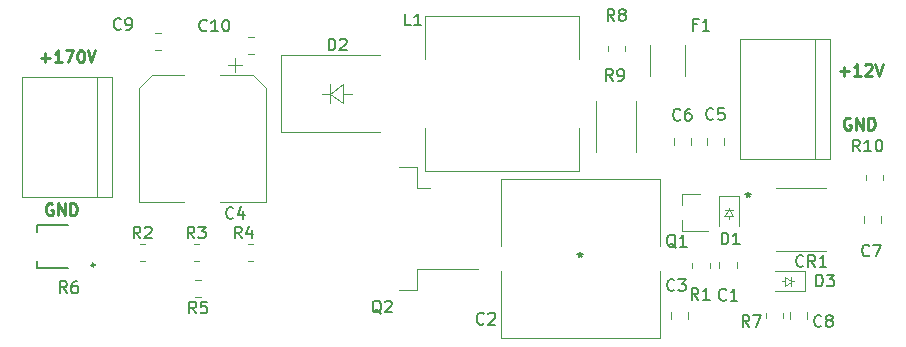
<source format=gbr>
%TF.GenerationSoftware,KiCad,Pcbnew,(5.1.8)-1*%
%TF.CreationDate,2022-04-01T10:58:03+02:00*%
%TF.ProjectId,HVPowerSupply,4856506f-7765-4725-9375-70706c792e6b,0*%
%TF.SameCoordinates,Original*%
%TF.FileFunction,Legend,Top*%
%TF.FilePolarity,Positive*%
%FSLAX46Y46*%
G04 Gerber Fmt 4.6, Leading zero omitted, Abs format (unit mm)*
G04 Created by KiCad (PCBNEW (5.1.8)-1) date 2022-04-01 10:58:03*
%MOMM*%
%LPD*%
G01*
G04 APERTURE LIST*
%ADD10C,0.120000*%
%ADD11C,0.250000*%
%ADD12C,0.240000*%
%ADD13C,0.127000*%
%ADD14C,0.150000*%
G04 APERTURE END LIST*
D10*
X174455000Y-117665500D02*
X174455000Y-118364000D01*
X173947000Y-118364000D02*
X174391500Y-118046500D01*
X173947000Y-117602000D02*
X173947000Y-118364000D01*
X174455000Y-117983000D02*
X174645500Y-117983000D01*
X173947000Y-117983000D02*
X173693000Y-117983000D01*
X174455000Y-117983000D02*
X173947000Y-117602000D01*
D11*
X111887095Y-111450500D02*
X111791857Y-111402880D01*
X111649000Y-111402880D01*
X111506142Y-111450500D01*
X111410904Y-111545738D01*
X111363285Y-111640976D01*
X111315666Y-111831452D01*
X111315666Y-111974309D01*
X111363285Y-112164785D01*
X111410904Y-112260023D01*
X111506142Y-112355261D01*
X111649000Y-112402880D01*
X111744238Y-112402880D01*
X111887095Y-112355261D01*
X111934714Y-112307642D01*
X111934714Y-111974309D01*
X111744238Y-111974309D01*
X112363285Y-112402880D02*
X112363285Y-111402880D01*
X112934714Y-112402880D01*
X112934714Y-111402880D01*
X113410904Y-112402880D02*
X113410904Y-111402880D01*
X113649000Y-111402880D01*
X113791857Y-111450500D01*
X113887095Y-111545738D01*
X113934714Y-111640976D01*
X113982333Y-111831452D01*
X113982333Y-111974309D01*
X113934714Y-112164785D01*
X113887095Y-112260023D01*
X113791857Y-112355261D01*
X113649000Y-112402880D01*
X113410904Y-112402880D01*
X179451095Y-104211500D02*
X179355857Y-104163880D01*
X179213000Y-104163880D01*
X179070142Y-104211500D01*
X178974904Y-104306738D01*
X178927285Y-104401976D01*
X178879666Y-104592452D01*
X178879666Y-104735309D01*
X178927285Y-104925785D01*
X178974904Y-105021023D01*
X179070142Y-105116261D01*
X179213000Y-105163880D01*
X179308238Y-105163880D01*
X179451095Y-105116261D01*
X179498714Y-105068642D01*
X179498714Y-104735309D01*
X179308238Y-104735309D01*
X179927285Y-105163880D02*
X179927285Y-104163880D01*
X180498714Y-105163880D01*
X180498714Y-104163880D01*
X180974904Y-105163880D02*
X180974904Y-104163880D01*
X181213000Y-104163880D01*
X181355857Y-104211500D01*
X181451095Y-104306738D01*
X181498714Y-104401976D01*
X181546333Y-104592452D01*
X181546333Y-104735309D01*
X181498714Y-104925785D01*
X181451095Y-105021023D01*
X181355857Y-105116261D01*
X181213000Y-105163880D01*
X180974904Y-105163880D01*
X178578095Y-100210928D02*
X179340000Y-100210928D01*
X178959047Y-100591880D02*
X178959047Y-99829976D01*
X180340000Y-100591880D02*
X179768571Y-100591880D01*
X180054285Y-100591880D02*
X180054285Y-99591880D01*
X179959047Y-99734738D01*
X179863809Y-99829976D01*
X179768571Y-99877595D01*
X180720952Y-99687119D02*
X180768571Y-99639500D01*
X180863809Y-99591880D01*
X181101904Y-99591880D01*
X181197142Y-99639500D01*
X181244761Y-99687119D01*
X181292380Y-99782357D01*
X181292380Y-99877595D01*
X181244761Y-100020452D01*
X180673333Y-100591880D01*
X181292380Y-100591880D01*
X181578095Y-99591880D02*
X181911428Y-100591880D01*
X182244761Y-99591880D01*
D10*
X136525000Y-102108000D02*
X137287000Y-102108000D01*
X136525000Y-102870000D02*
X135382000Y-102108000D01*
X136525000Y-101282500D02*
X136525000Y-102870000D01*
X135382000Y-102108000D02*
X136525000Y-101282500D01*
X135382000Y-101282500D02*
X135382000Y-102933500D01*
X135382000Y-102108000D02*
X134747000Y-102108000D01*
X169164000Y-112458500D02*
X169164000Y-112712500D01*
X169164000Y-111950500D02*
X169164000Y-111760000D01*
X169545000Y-112458500D02*
X169227500Y-112014000D01*
X168783000Y-112458500D02*
X169545000Y-112458500D01*
X169164000Y-111950500D02*
X168783000Y-112458500D01*
X168846500Y-111950500D02*
X169545000Y-111950500D01*
D11*
X110918904Y-99067928D02*
X111680809Y-99067928D01*
X111299857Y-99448880D02*
X111299857Y-98686976D01*
X112680809Y-99448880D02*
X112109380Y-99448880D01*
X112395095Y-99448880D02*
X112395095Y-98448880D01*
X112299857Y-98591738D01*
X112204619Y-98686976D01*
X112109380Y-98734595D01*
X113014142Y-98448880D02*
X113680809Y-98448880D01*
X113252238Y-99448880D01*
X114252238Y-98448880D02*
X114347476Y-98448880D01*
X114442714Y-98496500D01*
X114490333Y-98544119D01*
X114537952Y-98639357D01*
X114585571Y-98829833D01*
X114585571Y-99067928D01*
X114537952Y-99258404D01*
X114490333Y-99353642D01*
X114442714Y-99401261D01*
X114347476Y-99448880D01*
X114252238Y-99448880D01*
X114157000Y-99401261D01*
X114109380Y-99353642D01*
X114061761Y-99258404D01*
X114014142Y-99067928D01*
X114014142Y-98829833D01*
X114061761Y-98639357D01*
X114109380Y-98544119D01*
X114157000Y-98496500D01*
X114252238Y-98448880D01*
X114871285Y-98448880D02*
X115204619Y-99448880D01*
X115537952Y-98448880D01*
D10*
%TO.C,L1*%
X156514800Y-95580200D02*
X143459200Y-95580200D01*
X143459200Y-95580200D02*
X143459200Y-99161119D01*
X143459200Y-108635800D02*
X156514800Y-108635800D01*
X156514800Y-108635800D02*
X156514800Y-105054881D01*
X156514800Y-99161119D02*
X156514800Y-95580200D01*
X143459200Y-105054881D02*
X143459200Y-108635800D01*
%TO.C,F1*%
X162483800Y-98021350D02*
X162483800Y-100606650D01*
X165430200Y-100606650D02*
X165430200Y-98021350D01*
%TO.C,C2*%
X149860000Y-117160040D02*
X149860000Y-122809000D01*
X163322000Y-114995960D02*
X163322000Y-109347000D01*
X163322000Y-122809000D02*
X163322000Y-117160040D01*
X149860000Y-122809000D02*
X163322000Y-122809000D01*
X149860000Y-109347000D02*
X149860000Y-114995960D01*
X163322000Y-109347000D02*
X149860000Y-109347000D01*
%TO.C,CR1*%
X173126400Y-115404900D02*
X177393600Y-115404900D01*
X177393600Y-110147100D02*
X173126400Y-110147100D01*
%TO.C,R8*%
X158904000Y-98070936D02*
X158904000Y-98525064D01*
X160374000Y-98070936D02*
X160374000Y-98525064D01*
%TO.C,R9*%
X161349000Y-102724936D02*
X161349000Y-107079064D01*
X157929000Y-102724936D02*
X157929000Y-107079064D01*
%TO.C,R10*%
X180748000Y-108992936D02*
X180748000Y-109447064D01*
X182218000Y-108992936D02*
X182218000Y-109447064D01*
%TO.C,R7*%
X172302500Y-120676936D02*
X172302500Y-121131064D01*
X173772500Y-120676936D02*
X173772500Y-121131064D01*
%TO.C,D3*%
X175617000Y-118833000D02*
X173067000Y-118833000D01*
X175617000Y-117133000D02*
X173067000Y-117133000D01*
X175617000Y-118833000D02*
X175617000Y-117133000D01*
%TO.C,C10*%
X128453248Y-98779000D02*
X128975752Y-98779000D01*
X128453248Y-97309000D02*
X128975752Y-97309000D01*
%TO.C,C9*%
X121101752Y-96991500D02*
X120579248Y-96991500D01*
X121101752Y-98461500D02*
X120579248Y-98461500D01*
%TO.C,C8*%
X175804500Y-121165252D02*
X175804500Y-120642748D01*
X174334500Y-121165252D02*
X174334500Y-120642748D01*
%TO.C,C7*%
X182091000Y-113037252D02*
X182091000Y-112514748D01*
X180621000Y-113037252D02*
X180621000Y-112514748D01*
%TO.C,C6*%
X164492000Y-105910748D02*
X164492000Y-106433252D01*
X165962000Y-105910748D02*
X165962000Y-106433252D01*
%TO.C,C5*%
X167286000Y-105910748D02*
X167286000Y-106433252D01*
X168756000Y-105910748D02*
X168756000Y-106433252D01*
%TO.C,Q1*%
X165229000Y-113784500D02*
X167389000Y-113784500D01*
X165229000Y-110624500D02*
X166689000Y-110624500D01*
X165229000Y-110624500D02*
X165229000Y-111554500D01*
X165229000Y-113784500D02*
X165229000Y-112854500D01*
%TO.C,C4*%
X119227000Y-111278000D02*
X123077000Y-111278000D01*
X129947000Y-111278000D02*
X126097000Y-111278000D01*
X129947000Y-101622437D02*
X129947000Y-111278000D01*
X119227000Y-101622437D02*
X119227000Y-111278000D01*
X120291437Y-100558000D02*
X123077000Y-100558000D01*
X128882563Y-100558000D02*
X126097000Y-100558000D01*
X128882563Y-100558000D02*
X129947000Y-101622437D01*
X120291437Y-100558000D02*
X119227000Y-101622437D01*
X127347000Y-99068000D02*
X127347000Y-100318000D01*
X127972000Y-99693000D02*
X126722000Y-99693000D01*
D12*
%TO.C,R6*%
X115460670Y-116620000D02*
G75*
G03*
X115460670Y-116620000I-120000J0D01*
G01*
D13*
X110595000Y-113262000D02*
X110595000Y-113862000D01*
X113245000Y-113262000D02*
X110595000Y-113262000D01*
X110595000Y-116862000D02*
X110595000Y-116262000D01*
X113245000Y-116862000D02*
X110595000Y-116862000D01*
D10*
%TO.C,J2*%
X115697000Y-100711000D02*
X115697000Y-110871000D01*
X116967000Y-100711000D02*
X109347000Y-100711000D01*
X109347000Y-100711000D02*
X109347000Y-110871000D01*
X109347000Y-110871000D02*
X116967000Y-110871000D01*
X116967000Y-110871000D02*
X116967000Y-100711000D01*
%TO.C,J1*%
X176466500Y-97472500D02*
X176466500Y-107632500D01*
X177736500Y-97472500D02*
X170116500Y-97472500D01*
X170116500Y-97472500D02*
X170116500Y-107632500D01*
X170116500Y-107632500D02*
X177736500Y-107632500D01*
X177736500Y-107632500D02*
X177736500Y-97472500D01*
%TO.C,R5*%
X124456564Y-119353000D02*
X124002436Y-119353000D01*
X124456564Y-117883000D02*
X124002436Y-117883000D01*
%TO.C,R4*%
X128423936Y-114835000D02*
X128878064Y-114835000D01*
X128423936Y-116305000D02*
X128878064Y-116305000D01*
%TO.C,R3*%
X123851936Y-114835000D02*
X124306064Y-114835000D01*
X123851936Y-116305000D02*
X124306064Y-116305000D01*
%TO.C,R2*%
X119279936Y-114835000D02*
X119734064Y-114835000D01*
X119279936Y-116305000D02*
X119734064Y-116305000D01*
%TO.C,R1*%
X167549500Y-116422436D02*
X167549500Y-116876564D01*
X166079500Y-116422436D02*
X166079500Y-116876564D01*
%TO.C,Q2*%
X141277000Y-118738000D02*
X142777000Y-118738000D01*
X142777000Y-118738000D02*
X142777000Y-116928000D01*
X142777000Y-116928000D02*
X147902000Y-116928000D01*
X141277000Y-108338000D02*
X142777000Y-108338000D01*
X142777000Y-108338000D02*
X142777000Y-110148000D01*
X142777000Y-110148000D02*
X143877000Y-110148000D01*
%TO.C,D2*%
X131217000Y-105358000D02*
X131217000Y-98858000D01*
X131217000Y-105358000D02*
X139617000Y-105358000D01*
X131217000Y-98858000D02*
X139617000Y-98858000D01*
%TO.C,D1*%
X170014000Y-110788500D02*
X168314000Y-110788500D01*
X168314000Y-110788500D02*
X168314000Y-113338500D01*
X170014000Y-110788500D02*
X170014000Y-113338500D01*
%TO.C,C3*%
X164238000Y-121165252D02*
X164238000Y-120642748D01*
X165708000Y-121165252D02*
X165708000Y-120642748D01*
%TO.C,C1*%
X169835500Y-116388248D02*
X169835500Y-116910752D01*
X168365500Y-116388248D02*
X168365500Y-116910752D01*
%TO.C,L1*%
D14*
X142263833Y-96337380D02*
X141787642Y-96337380D01*
X141787642Y-95337380D01*
X143120976Y-96337380D02*
X142549547Y-96337380D01*
X142835261Y-96337380D02*
X142835261Y-95337380D01*
X142740023Y-95480238D01*
X142644785Y-95575476D01*
X142549547Y-95623095D01*
%TO.C,F1*%
X166481166Y-96258071D02*
X166147833Y-96258071D01*
X166147833Y-96781880D02*
X166147833Y-95781880D01*
X166624023Y-95781880D01*
X167528785Y-96781880D02*
X166957357Y-96781880D01*
X167243071Y-96781880D02*
X167243071Y-95781880D01*
X167147833Y-95924738D01*
X167052595Y-96019976D01*
X166957357Y-96067595D01*
%TO.C,C2*%
X148423333Y-121578642D02*
X148375714Y-121626261D01*
X148232857Y-121673880D01*
X148137619Y-121673880D01*
X147994761Y-121626261D01*
X147899523Y-121531023D01*
X147851904Y-121435785D01*
X147804285Y-121245309D01*
X147804285Y-121102452D01*
X147851904Y-120911976D01*
X147899523Y-120816738D01*
X147994761Y-120721500D01*
X148137619Y-120673880D01*
X148232857Y-120673880D01*
X148375714Y-120721500D01*
X148423333Y-120769119D01*
X148804285Y-120769119D02*
X148851904Y-120721500D01*
X148947142Y-120673880D01*
X149185238Y-120673880D01*
X149280476Y-120721500D01*
X149328095Y-120769119D01*
X149375714Y-120864357D01*
X149375714Y-120959595D01*
X149328095Y-121102452D01*
X148756666Y-121673880D01*
X149375714Y-121673880D01*
X156591000Y-115530380D02*
X156591000Y-115768476D01*
X156352904Y-115673238D02*
X156591000Y-115768476D01*
X156829095Y-115673238D01*
X156448142Y-115958952D02*
X156591000Y-115768476D01*
X156733857Y-115958952D01*
%TO.C,CR1*%
X175482333Y-116689142D02*
X175434714Y-116736761D01*
X175291857Y-116784380D01*
X175196619Y-116784380D01*
X175053761Y-116736761D01*
X174958523Y-116641523D01*
X174910904Y-116546285D01*
X174863285Y-116355809D01*
X174863285Y-116212952D01*
X174910904Y-116022476D01*
X174958523Y-115927238D01*
X175053761Y-115832000D01*
X175196619Y-115784380D01*
X175291857Y-115784380D01*
X175434714Y-115832000D01*
X175482333Y-115879619D01*
X176482333Y-116784380D02*
X176149000Y-116308190D01*
X175910904Y-116784380D02*
X175910904Y-115784380D01*
X176291857Y-115784380D01*
X176387095Y-115832000D01*
X176434714Y-115879619D01*
X176482333Y-115974857D01*
X176482333Y-116117714D01*
X176434714Y-116212952D01*
X176387095Y-116260571D01*
X176291857Y-116308190D01*
X175910904Y-116308190D01*
X177434714Y-116784380D02*
X176863285Y-116784380D01*
X177149000Y-116784380D02*
X177149000Y-115784380D01*
X177053761Y-115927238D01*
X176958523Y-116022476D01*
X176863285Y-116070095D01*
X170815000Y-110450380D02*
X170815000Y-110688476D01*
X170576904Y-110593238D02*
X170815000Y-110688476D01*
X171053095Y-110593238D01*
X170672142Y-110878952D02*
X170815000Y-110688476D01*
X170957857Y-110878952D01*
%TO.C,R8*%
X159472333Y-95956380D02*
X159139000Y-95480190D01*
X158900904Y-95956380D02*
X158900904Y-94956380D01*
X159281857Y-94956380D01*
X159377095Y-95004000D01*
X159424714Y-95051619D01*
X159472333Y-95146857D01*
X159472333Y-95289714D01*
X159424714Y-95384952D01*
X159377095Y-95432571D01*
X159281857Y-95480190D01*
X158900904Y-95480190D01*
X160043761Y-95384952D02*
X159948523Y-95337333D01*
X159900904Y-95289714D01*
X159853285Y-95194476D01*
X159853285Y-95146857D01*
X159900904Y-95051619D01*
X159948523Y-95004000D01*
X160043761Y-94956380D01*
X160234238Y-94956380D01*
X160329476Y-95004000D01*
X160377095Y-95051619D01*
X160424714Y-95146857D01*
X160424714Y-95194476D01*
X160377095Y-95289714D01*
X160329476Y-95337333D01*
X160234238Y-95384952D01*
X160043761Y-95384952D01*
X159948523Y-95432571D01*
X159900904Y-95480190D01*
X159853285Y-95575428D01*
X159853285Y-95765904D01*
X159900904Y-95861142D01*
X159948523Y-95908761D01*
X160043761Y-95956380D01*
X160234238Y-95956380D01*
X160329476Y-95908761D01*
X160377095Y-95861142D01*
X160424714Y-95765904D01*
X160424714Y-95575428D01*
X160377095Y-95480190D01*
X160329476Y-95432571D01*
X160234238Y-95384952D01*
%TO.C,R9*%
X159345333Y-101036380D02*
X159012000Y-100560190D01*
X158773904Y-101036380D02*
X158773904Y-100036380D01*
X159154857Y-100036380D01*
X159250095Y-100084000D01*
X159297714Y-100131619D01*
X159345333Y-100226857D01*
X159345333Y-100369714D01*
X159297714Y-100464952D01*
X159250095Y-100512571D01*
X159154857Y-100560190D01*
X158773904Y-100560190D01*
X159821523Y-101036380D02*
X160012000Y-101036380D01*
X160107238Y-100988761D01*
X160154857Y-100941142D01*
X160250095Y-100798285D01*
X160297714Y-100607809D01*
X160297714Y-100226857D01*
X160250095Y-100131619D01*
X160202476Y-100084000D01*
X160107238Y-100036380D01*
X159916761Y-100036380D01*
X159821523Y-100084000D01*
X159773904Y-100131619D01*
X159726285Y-100226857D01*
X159726285Y-100464952D01*
X159773904Y-100560190D01*
X159821523Y-100607809D01*
X159916761Y-100655428D01*
X160107238Y-100655428D01*
X160202476Y-100607809D01*
X160250095Y-100560190D01*
X160297714Y-100464952D01*
%TO.C,R10*%
X180268642Y-107005380D02*
X179935309Y-106529190D01*
X179697214Y-107005380D02*
X179697214Y-106005380D01*
X180078166Y-106005380D01*
X180173404Y-106053000D01*
X180221023Y-106100619D01*
X180268642Y-106195857D01*
X180268642Y-106338714D01*
X180221023Y-106433952D01*
X180173404Y-106481571D01*
X180078166Y-106529190D01*
X179697214Y-106529190D01*
X181221023Y-107005380D02*
X180649595Y-107005380D01*
X180935309Y-107005380D02*
X180935309Y-106005380D01*
X180840071Y-106148238D01*
X180744833Y-106243476D01*
X180649595Y-106291095D01*
X181840071Y-106005380D02*
X181935309Y-106005380D01*
X182030547Y-106053000D01*
X182078166Y-106100619D01*
X182125785Y-106195857D01*
X182173404Y-106386333D01*
X182173404Y-106624428D01*
X182125785Y-106814904D01*
X182078166Y-106910142D01*
X182030547Y-106957761D01*
X181935309Y-107005380D01*
X181840071Y-107005380D01*
X181744833Y-106957761D01*
X181697214Y-106910142D01*
X181649595Y-106814904D01*
X181601976Y-106624428D01*
X181601976Y-106386333D01*
X181649595Y-106195857D01*
X181697214Y-106100619D01*
X181744833Y-106053000D01*
X181840071Y-106005380D01*
%TO.C,R7*%
X170902333Y-121864380D02*
X170569000Y-121388190D01*
X170330904Y-121864380D02*
X170330904Y-120864380D01*
X170711857Y-120864380D01*
X170807095Y-120912000D01*
X170854714Y-120959619D01*
X170902333Y-121054857D01*
X170902333Y-121197714D01*
X170854714Y-121292952D01*
X170807095Y-121340571D01*
X170711857Y-121388190D01*
X170330904Y-121388190D01*
X171235666Y-120864380D02*
X171902333Y-120864380D01*
X171473761Y-121864380D01*
%TO.C,D3*%
X176553904Y-118435380D02*
X176553904Y-117435380D01*
X176792000Y-117435380D01*
X176934857Y-117483000D01*
X177030095Y-117578238D01*
X177077714Y-117673476D01*
X177125333Y-117863952D01*
X177125333Y-118006809D01*
X177077714Y-118197285D01*
X177030095Y-118292523D01*
X176934857Y-118387761D01*
X176792000Y-118435380D01*
X176553904Y-118435380D01*
X177458666Y-117435380D02*
X178077714Y-117435380D01*
X177744380Y-117816333D01*
X177887238Y-117816333D01*
X177982476Y-117863952D01*
X178030095Y-117911571D01*
X178077714Y-118006809D01*
X178077714Y-118244904D01*
X178030095Y-118340142D01*
X177982476Y-118387761D01*
X177887238Y-118435380D01*
X177601523Y-118435380D01*
X177506285Y-118387761D01*
X177458666Y-118340142D01*
%TO.C,C10*%
X124960142Y-96750142D02*
X124912523Y-96797761D01*
X124769666Y-96845380D01*
X124674428Y-96845380D01*
X124531571Y-96797761D01*
X124436333Y-96702523D01*
X124388714Y-96607285D01*
X124341095Y-96416809D01*
X124341095Y-96273952D01*
X124388714Y-96083476D01*
X124436333Y-95988238D01*
X124531571Y-95893000D01*
X124674428Y-95845380D01*
X124769666Y-95845380D01*
X124912523Y-95893000D01*
X124960142Y-95940619D01*
X125912523Y-96845380D02*
X125341095Y-96845380D01*
X125626809Y-96845380D02*
X125626809Y-95845380D01*
X125531571Y-95988238D01*
X125436333Y-96083476D01*
X125341095Y-96131095D01*
X126531571Y-95845380D02*
X126626809Y-95845380D01*
X126722047Y-95893000D01*
X126769666Y-95940619D01*
X126817285Y-96035857D01*
X126864904Y-96226333D01*
X126864904Y-96464428D01*
X126817285Y-96654904D01*
X126769666Y-96750142D01*
X126722047Y-96797761D01*
X126626809Y-96845380D01*
X126531571Y-96845380D01*
X126436333Y-96797761D01*
X126388714Y-96750142D01*
X126341095Y-96654904D01*
X126293476Y-96464428D01*
X126293476Y-96226333D01*
X126341095Y-96035857D01*
X126388714Y-95940619D01*
X126436333Y-95893000D01*
X126531571Y-95845380D01*
%TO.C,C9*%
X117689333Y-96623142D02*
X117641714Y-96670761D01*
X117498857Y-96718380D01*
X117403619Y-96718380D01*
X117260761Y-96670761D01*
X117165523Y-96575523D01*
X117117904Y-96480285D01*
X117070285Y-96289809D01*
X117070285Y-96146952D01*
X117117904Y-95956476D01*
X117165523Y-95861238D01*
X117260761Y-95766000D01*
X117403619Y-95718380D01*
X117498857Y-95718380D01*
X117641714Y-95766000D01*
X117689333Y-95813619D01*
X118165523Y-96718380D02*
X118356000Y-96718380D01*
X118451238Y-96670761D01*
X118498857Y-96623142D01*
X118594095Y-96480285D01*
X118641714Y-96289809D01*
X118641714Y-95908857D01*
X118594095Y-95813619D01*
X118546476Y-95766000D01*
X118451238Y-95718380D01*
X118260761Y-95718380D01*
X118165523Y-95766000D01*
X118117904Y-95813619D01*
X118070285Y-95908857D01*
X118070285Y-96146952D01*
X118117904Y-96242190D01*
X118165523Y-96289809D01*
X118260761Y-96337428D01*
X118451238Y-96337428D01*
X118546476Y-96289809D01*
X118594095Y-96242190D01*
X118641714Y-96146952D01*
%TO.C,C8*%
X176998333Y-121769142D02*
X176950714Y-121816761D01*
X176807857Y-121864380D01*
X176712619Y-121864380D01*
X176569761Y-121816761D01*
X176474523Y-121721523D01*
X176426904Y-121626285D01*
X176379285Y-121435809D01*
X176379285Y-121292952D01*
X176426904Y-121102476D01*
X176474523Y-121007238D01*
X176569761Y-120912000D01*
X176712619Y-120864380D01*
X176807857Y-120864380D01*
X176950714Y-120912000D01*
X176998333Y-120959619D01*
X177569761Y-121292952D02*
X177474523Y-121245333D01*
X177426904Y-121197714D01*
X177379285Y-121102476D01*
X177379285Y-121054857D01*
X177426904Y-120959619D01*
X177474523Y-120912000D01*
X177569761Y-120864380D01*
X177760238Y-120864380D01*
X177855476Y-120912000D01*
X177903095Y-120959619D01*
X177950714Y-121054857D01*
X177950714Y-121102476D01*
X177903095Y-121197714D01*
X177855476Y-121245333D01*
X177760238Y-121292952D01*
X177569761Y-121292952D01*
X177474523Y-121340571D01*
X177426904Y-121388190D01*
X177379285Y-121483428D01*
X177379285Y-121673904D01*
X177426904Y-121769142D01*
X177474523Y-121816761D01*
X177569761Y-121864380D01*
X177760238Y-121864380D01*
X177855476Y-121816761D01*
X177903095Y-121769142D01*
X177950714Y-121673904D01*
X177950714Y-121483428D01*
X177903095Y-121388190D01*
X177855476Y-121340571D01*
X177760238Y-121292952D01*
%TO.C,C7*%
X181062333Y-115800142D02*
X181014714Y-115847761D01*
X180871857Y-115895380D01*
X180776619Y-115895380D01*
X180633761Y-115847761D01*
X180538523Y-115752523D01*
X180490904Y-115657285D01*
X180443285Y-115466809D01*
X180443285Y-115323952D01*
X180490904Y-115133476D01*
X180538523Y-115038238D01*
X180633761Y-114943000D01*
X180776619Y-114895380D01*
X180871857Y-114895380D01*
X181014714Y-114943000D01*
X181062333Y-114990619D01*
X181395666Y-114895380D02*
X182062333Y-114895380D01*
X181633761Y-115895380D01*
%TO.C,C6*%
X165060333Y-104306642D02*
X165012714Y-104354261D01*
X164869857Y-104401880D01*
X164774619Y-104401880D01*
X164631761Y-104354261D01*
X164536523Y-104259023D01*
X164488904Y-104163785D01*
X164441285Y-103973309D01*
X164441285Y-103830452D01*
X164488904Y-103639976D01*
X164536523Y-103544738D01*
X164631761Y-103449500D01*
X164774619Y-103401880D01*
X164869857Y-103401880D01*
X165012714Y-103449500D01*
X165060333Y-103497119D01*
X165917476Y-103401880D02*
X165727000Y-103401880D01*
X165631761Y-103449500D01*
X165584142Y-103497119D01*
X165488904Y-103639976D01*
X165441285Y-103830452D01*
X165441285Y-104211404D01*
X165488904Y-104306642D01*
X165536523Y-104354261D01*
X165631761Y-104401880D01*
X165822238Y-104401880D01*
X165917476Y-104354261D01*
X165965095Y-104306642D01*
X166012714Y-104211404D01*
X166012714Y-103973309D01*
X165965095Y-103878071D01*
X165917476Y-103830452D01*
X165822238Y-103782833D01*
X165631761Y-103782833D01*
X165536523Y-103830452D01*
X165488904Y-103878071D01*
X165441285Y-103973309D01*
%TO.C,C5*%
X167854333Y-104243142D02*
X167806714Y-104290761D01*
X167663857Y-104338380D01*
X167568619Y-104338380D01*
X167425761Y-104290761D01*
X167330523Y-104195523D01*
X167282904Y-104100285D01*
X167235285Y-103909809D01*
X167235285Y-103766952D01*
X167282904Y-103576476D01*
X167330523Y-103481238D01*
X167425761Y-103386000D01*
X167568619Y-103338380D01*
X167663857Y-103338380D01*
X167806714Y-103386000D01*
X167854333Y-103433619D01*
X168759095Y-103338380D02*
X168282904Y-103338380D01*
X168235285Y-103814571D01*
X168282904Y-103766952D01*
X168378142Y-103719333D01*
X168616238Y-103719333D01*
X168711476Y-103766952D01*
X168759095Y-103814571D01*
X168806714Y-103909809D01*
X168806714Y-104147904D01*
X168759095Y-104243142D01*
X168711476Y-104290761D01*
X168616238Y-104338380D01*
X168378142Y-104338380D01*
X168282904Y-104290761D01*
X168235285Y-104243142D01*
%TO.C,Q1*%
X164687261Y-115165119D02*
X164592023Y-115117500D01*
X164496785Y-115022261D01*
X164353928Y-114879404D01*
X164258690Y-114831785D01*
X164163452Y-114831785D01*
X164211071Y-115069880D02*
X164115833Y-115022261D01*
X164020595Y-114927023D01*
X163972976Y-114736547D01*
X163972976Y-114403214D01*
X164020595Y-114212738D01*
X164115833Y-114117500D01*
X164211071Y-114069880D01*
X164401547Y-114069880D01*
X164496785Y-114117500D01*
X164592023Y-114212738D01*
X164639642Y-114403214D01*
X164639642Y-114736547D01*
X164592023Y-114927023D01*
X164496785Y-115022261D01*
X164401547Y-115069880D01*
X164211071Y-115069880D01*
X165592023Y-115069880D02*
X165020595Y-115069880D01*
X165306309Y-115069880D02*
X165306309Y-114069880D01*
X165211071Y-114212738D01*
X165115833Y-114307976D01*
X165020595Y-114355595D01*
%TO.C,C4*%
X127214333Y-112625142D02*
X127166714Y-112672761D01*
X127023857Y-112720380D01*
X126928619Y-112720380D01*
X126785761Y-112672761D01*
X126690523Y-112577523D01*
X126642904Y-112482285D01*
X126595285Y-112291809D01*
X126595285Y-112148952D01*
X126642904Y-111958476D01*
X126690523Y-111863238D01*
X126785761Y-111768000D01*
X126928619Y-111720380D01*
X127023857Y-111720380D01*
X127166714Y-111768000D01*
X127214333Y-111815619D01*
X128071476Y-112053714D02*
X128071476Y-112720380D01*
X127833380Y-111672761D02*
X127595285Y-112387047D01*
X128214333Y-112387047D01*
%TO.C,R6*%
X113117305Y-119006955D02*
X112783917Y-118530686D01*
X112545782Y-119006955D02*
X112545782Y-118006790D01*
X112926798Y-118006790D01*
X113022052Y-118054417D01*
X113069678Y-118102044D01*
X113117305Y-118197298D01*
X113117305Y-118340178D01*
X113069678Y-118435432D01*
X113022052Y-118483059D01*
X112926798Y-118530686D01*
X112545782Y-118530686D01*
X113974590Y-118006790D02*
X113784082Y-118006790D01*
X113688828Y-118054417D01*
X113641201Y-118102044D01*
X113545947Y-118244925D01*
X113498321Y-118435432D01*
X113498321Y-118816447D01*
X113545947Y-118911701D01*
X113593574Y-118959328D01*
X113688828Y-119006955D01*
X113879336Y-119006955D01*
X113974590Y-118959328D01*
X114022217Y-118911701D01*
X114069843Y-118816447D01*
X114069843Y-118578313D01*
X114022217Y-118483059D01*
X113974590Y-118435432D01*
X113879336Y-118387805D01*
X113688828Y-118387805D01*
X113593574Y-118435432D01*
X113545947Y-118483059D01*
X113498321Y-118578313D01*
%TO.C,R5*%
X124062833Y-120720380D02*
X123729500Y-120244190D01*
X123491404Y-120720380D02*
X123491404Y-119720380D01*
X123872357Y-119720380D01*
X123967595Y-119768000D01*
X124015214Y-119815619D01*
X124062833Y-119910857D01*
X124062833Y-120053714D01*
X124015214Y-120148952D01*
X123967595Y-120196571D01*
X123872357Y-120244190D01*
X123491404Y-120244190D01*
X124967595Y-119720380D02*
X124491404Y-119720380D01*
X124443785Y-120196571D01*
X124491404Y-120148952D01*
X124586642Y-120101333D01*
X124824738Y-120101333D01*
X124919976Y-120148952D01*
X124967595Y-120196571D01*
X125015214Y-120291809D01*
X125015214Y-120529904D01*
X124967595Y-120625142D01*
X124919976Y-120672761D01*
X124824738Y-120720380D01*
X124586642Y-120720380D01*
X124491404Y-120672761D01*
X124443785Y-120625142D01*
%TO.C,R4*%
X127912833Y-114371380D02*
X127579500Y-113895190D01*
X127341404Y-114371380D02*
X127341404Y-113371380D01*
X127722357Y-113371380D01*
X127817595Y-113419000D01*
X127865214Y-113466619D01*
X127912833Y-113561857D01*
X127912833Y-113704714D01*
X127865214Y-113799952D01*
X127817595Y-113847571D01*
X127722357Y-113895190D01*
X127341404Y-113895190D01*
X128769976Y-113704714D02*
X128769976Y-114371380D01*
X128531880Y-113323761D02*
X128293785Y-114038047D01*
X128912833Y-114038047D01*
%TO.C,R3*%
X123912333Y-114372380D02*
X123579000Y-113896190D01*
X123340904Y-114372380D02*
X123340904Y-113372380D01*
X123721857Y-113372380D01*
X123817095Y-113420000D01*
X123864714Y-113467619D01*
X123912333Y-113562857D01*
X123912333Y-113705714D01*
X123864714Y-113800952D01*
X123817095Y-113848571D01*
X123721857Y-113896190D01*
X123340904Y-113896190D01*
X124245666Y-113372380D02*
X124864714Y-113372380D01*
X124531380Y-113753333D01*
X124674238Y-113753333D01*
X124769476Y-113800952D01*
X124817095Y-113848571D01*
X124864714Y-113943809D01*
X124864714Y-114181904D01*
X124817095Y-114277142D01*
X124769476Y-114324761D01*
X124674238Y-114372380D01*
X124388523Y-114372380D01*
X124293285Y-114324761D01*
X124245666Y-114277142D01*
%TO.C,R2*%
X119340333Y-114372380D02*
X119007000Y-113896190D01*
X118768904Y-114372380D02*
X118768904Y-113372380D01*
X119149857Y-113372380D01*
X119245095Y-113420000D01*
X119292714Y-113467619D01*
X119340333Y-113562857D01*
X119340333Y-113705714D01*
X119292714Y-113800952D01*
X119245095Y-113848571D01*
X119149857Y-113896190D01*
X118768904Y-113896190D01*
X119721285Y-113467619D02*
X119768904Y-113420000D01*
X119864142Y-113372380D01*
X120102238Y-113372380D01*
X120197476Y-113420000D01*
X120245095Y-113467619D01*
X120292714Y-113562857D01*
X120292714Y-113658095D01*
X120245095Y-113800952D01*
X119673666Y-114372380D01*
X120292714Y-114372380D01*
%TO.C,R1*%
X166584333Y-119578380D02*
X166251000Y-119102190D01*
X166012904Y-119578380D02*
X166012904Y-118578380D01*
X166393857Y-118578380D01*
X166489095Y-118626000D01*
X166536714Y-118673619D01*
X166584333Y-118768857D01*
X166584333Y-118911714D01*
X166536714Y-119006952D01*
X166489095Y-119054571D01*
X166393857Y-119102190D01*
X166012904Y-119102190D01*
X167536714Y-119578380D02*
X166965285Y-119578380D01*
X167251000Y-119578380D02*
X167251000Y-118578380D01*
X167155761Y-118721238D01*
X167060523Y-118816476D01*
X166965285Y-118864095D01*
%TO.C,Q2*%
X139731761Y-120735619D02*
X139636523Y-120688000D01*
X139541285Y-120592761D01*
X139398428Y-120449904D01*
X139303190Y-120402285D01*
X139207952Y-120402285D01*
X139255571Y-120640380D02*
X139160333Y-120592761D01*
X139065095Y-120497523D01*
X139017476Y-120307047D01*
X139017476Y-119973714D01*
X139065095Y-119783238D01*
X139160333Y-119688000D01*
X139255571Y-119640380D01*
X139446047Y-119640380D01*
X139541285Y-119688000D01*
X139636523Y-119783238D01*
X139684142Y-119973714D01*
X139684142Y-120307047D01*
X139636523Y-120497523D01*
X139541285Y-120592761D01*
X139446047Y-120640380D01*
X139255571Y-120640380D01*
X140065095Y-119735619D02*
X140112714Y-119688000D01*
X140207952Y-119640380D01*
X140446047Y-119640380D01*
X140541285Y-119688000D01*
X140588904Y-119735619D01*
X140636523Y-119830857D01*
X140636523Y-119926095D01*
X140588904Y-120068952D01*
X140017476Y-120640380D01*
X140636523Y-120640380D01*
%TO.C,D2*%
X135278904Y-98460380D02*
X135278904Y-97460380D01*
X135517000Y-97460380D01*
X135659857Y-97508000D01*
X135755095Y-97603238D01*
X135802714Y-97698476D01*
X135850333Y-97888952D01*
X135850333Y-98031809D01*
X135802714Y-98222285D01*
X135755095Y-98317523D01*
X135659857Y-98412761D01*
X135517000Y-98460380D01*
X135278904Y-98460380D01*
X136231285Y-97555619D02*
X136278904Y-97508000D01*
X136374142Y-97460380D01*
X136612238Y-97460380D01*
X136707476Y-97508000D01*
X136755095Y-97555619D01*
X136802714Y-97650857D01*
X136802714Y-97746095D01*
X136755095Y-97888952D01*
X136183666Y-98460380D01*
X136802714Y-98460380D01*
%TO.C,D1*%
X168552904Y-114879380D02*
X168552904Y-113879380D01*
X168791000Y-113879380D01*
X168933857Y-113927000D01*
X169029095Y-114022238D01*
X169076714Y-114117476D01*
X169124333Y-114307952D01*
X169124333Y-114450809D01*
X169076714Y-114641285D01*
X169029095Y-114736523D01*
X168933857Y-114831761D01*
X168791000Y-114879380D01*
X168552904Y-114879380D01*
X170076714Y-114879380D02*
X169505285Y-114879380D01*
X169791000Y-114879380D02*
X169791000Y-113879380D01*
X169695761Y-114022238D01*
X169600523Y-114117476D01*
X169505285Y-114165095D01*
%TO.C,C3*%
X164552333Y-118721142D02*
X164504714Y-118768761D01*
X164361857Y-118816380D01*
X164266619Y-118816380D01*
X164123761Y-118768761D01*
X164028523Y-118673523D01*
X163980904Y-118578285D01*
X163933285Y-118387809D01*
X163933285Y-118244952D01*
X163980904Y-118054476D01*
X164028523Y-117959238D01*
X164123761Y-117864000D01*
X164266619Y-117816380D01*
X164361857Y-117816380D01*
X164504714Y-117864000D01*
X164552333Y-117911619D01*
X164885666Y-117816380D02*
X165504714Y-117816380D01*
X165171380Y-118197333D01*
X165314238Y-118197333D01*
X165409476Y-118244952D01*
X165457095Y-118292571D01*
X165504714Y-118387809D01*
X165504714Y-118625904D01*
X165457095Y-118721142D01*
X165409476Y-118768761D01*
X165314238Y-118816380D01*
X165028523Y-118816380D01*
X164933285Y-118768761D01*
X164885666Y-118721142D01*
%TO.C,C1*%
X168933833Y-119546642D02*
X168886214Y-119594261D01*
X168743357Y-119641880D01*
X168648119Y-119641880D01*
X168505261Y-119594261D01*
X168410023Y-119499023D01*
X168362404Y-119403785D01*
X168314785Y-119213309D01*
X168314785Y-119070452D01*
X168362404Y-118879976D01*
X168410023Y-118784738D01*
X168505261Y-118689500D01*
X168648119Y-118641880D01*
X168743357Y-118641880D01*
X168886214Y-118689500D01*
X168933833Y-118737119D01*
X169886214Y-119641880D02*
X169314785Y-119641880D01*
X169600500Y-119641880D02*
X169600500Y-118641880D01*
X169505261Y-118784738D01*
X169410023Y-118879976D01*
X169314785Y-118927595D01*
%TD*%
M02*

</source>
